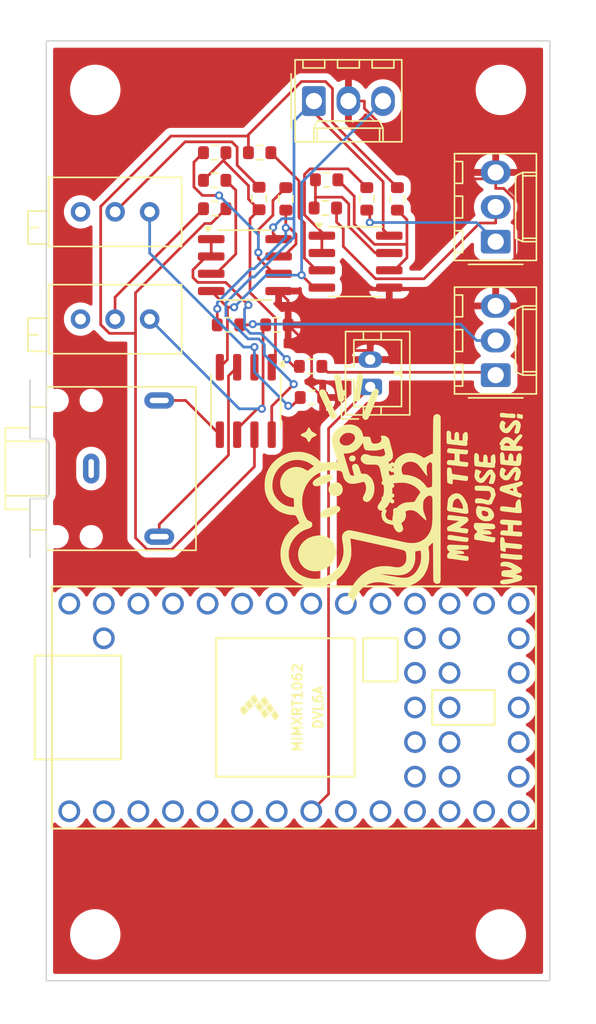
<source format=kicad_pcb>
(kicad_pcb (version 20240108) (generator "pcbnew") (generator_version "8.0")
  (layers (0 "F.Cu" signal) (31 "B.Cu" signal) (34 "B.Paste" user) (35 "F.Paste" user) (36 "B.SilkS" user "B.Silkscreen") (37 "F.SilkS" user "F.Silkscreen") (38 "B.Mask" user) (39 "F.Mask" user) (44 "Edge.Cuts" user))
  (net 0 "")
  (net 1 "Ax_Tip_OUT")
  (net 2 "Ax_Ring_OUT")
  (net 3 "Ax_Sleeve_OUT")
  (net 4 "+15V")
  (net 5 "-15V")
  (net 6 "Net-(U1A--)")
  (net 7 "Net-(J5-Pin_1)")
  (net 8 "Net-(J5-Pin_2)")
  (net 9 "Net-(U2A-+)")
  (net 10 "Net-(U2B--)")
  (net 11 "Net-(J6-Pin_1)")
  (net 12 "Net-(U2A--)")
  (net 13 "Net-(U1B--)")
  (net 14 "Net-(R12-Pad2)")
  (net 15 "Net-(J6-Pin_2)")
  (net 16 "Net-(U3A-+)")
  (net 17 "Net-(U3B--)")
  (net 18 "Net-(U3A--)")
  (net 21 "GND")
  (net 65 "Net-(R3-Pad1)")
  (net 66 "Net-(R3-Pad2)")
  (net 67 "Net-(R4-Pad1)")
  (net 68 "Net-(R4-Pad2)")
  (net 69 "Net-(R10-Pad1)")
  (net 70 "/laser en")
  (footprint "teensy.pretty-master:Teensy40" (layer "F.Cu") (at 86.4 75.14)
    (property "Reference" "U4" (hide yes))
    (property "Value" "Teensy4.0")
    (fp_text user "DVL6A" (at 1.778 0 90) (layer "F.SilkS") (effects (font (size 0.7 0.7))))
    (fp_text user "MIMXRT1062" (at 0.254 0 90) (layer "F.SilkS") (effects (font (size 0.7 0.7))))
    (pad "1" thru_hole circle (at -16.51 7.62) (size 1.6 1.6) (drill 1.1) (layers "*.Cu" "*.Mask"))
    (pad "2" thru_hole circle (at -13.97 7.62) (size 1.6 1.6) (drill 1.1) (layers "*.Cu" "*.Mask"))
    (pad "3" thru_hole circle (at -11.43 7.62) (size 1.6 1.6) (drill 1.1) (layers "*.Cu" "*.Mask"))
    (pad "4" thru_hole circle (at -8.89 7.62) (size 1.6 1.6) (drill 1.1) (layers "*.Cu" "*.Mask"))
    (pad "5" thru_hole circle (at -6.35 7.62) (size 1.6 1.6) (drill 1.1) (layers "*.Cu" "*.Mask"))
    (pad "6" thru_hole circle (at -3.81 7.62) (size 1.6 1.6) (drill 1.1) (layers "*.Cu" "*.Mask"))
    (pad "7" thru_hole circle (at -1.27 7.62) (size 1.6 1.6) (drill 1.1) (layers "*.Cu" "*.Mask"))
    (pad "8" thru_hole circle (at 1.27 7.62) (size 1.6 1.6) (drill 1.1) (layers "*.Cu" "*.Mask") (net 70 "/laser en"))
    (pad "9" thru_hole circle (at 3.81 7.62) (size 1.6 1.6) (drill 1.1) (layers "*.Cu" "*.Mask"))
    (pad "10" thru_hole circle (at 6.35 7.62) (size 1.6 1.6) (drill 1.1) (layers "*.Cu" "*.Mask"))
    (pad "11" thru_hole circle (at 8.89 7.62) (size 1.6 1.6) (drill 1.1) (layers "*.Cu" "*.Mask"))
    (pad "12" thru_hole circle (at 11.43 7.62) (size 1.6 1.6) (drill 1.1) (layers "*.Cu" "*.Mask"))
    (pad "13" thru_hole circle (at 13.97 7.62) (size 1.6 1.6) (drill 1.1) (layers "*.Cu" "*.Mask"))
    (pad "14" thru_hole circle (at 16.51 7.62) (size 1.6 1.6) (drill 1.1) (layers "*.Cu" "*.Mask"))
    (pad "15" thru_hole circle (at 16.51 5.08) (size 1.6 1.6) (drill 1.1) (layers "*.Cu" "*.Mask"))
    (pad "16" thru_hole circle (at 16.51 2.54) (size 1.6 1.6) (drill 1.1) (layers "*.Cu" "*.Mask"))
    (pad "17" thru_hole circle (at 16.51 0) (size 1.6 1.6) (drill 1.1) (layers "*.Cu" "*.Mask"))
    (pad "18" thru_hole circle (at 16.51 -2.54) (size 1.6 1.6) (drill 1.1) (layers "*.Cu" "*.Mask"))
    (pad "19" thru_hole circle (at 16.51 -5.08) (size 1.6 1.6) (drill 1.1) (layers "*.Cu" "*.Mask"))
    (pad "20" thru_hole circle (at 16.51 -7.62) (size 1.6 1.6) (drill 1.1) (layers "*.Cu" "*.Mask"))
    (pad "21" thru_hole circle (at 13.97 -7.62) (size 1.6 1.6) (drill 1.1) (layers "*.Cu" "*.Mask"))
    (pad "22" thru_hole circle (at 11.43 -7.62) (size 1.6 1.6) (drill 1.1) (layers "*.Cu" "*.Mask"))
    (pad "23" thru_hole circle (at 8.89 -7.62) (size 1.6 1.6) (drill 1.1) (layers "*.Cu" "*.Mask"))
    (pad "24" thru_hole circle (at 6.35 -7.62) (size 1.6 1.6) (drill 1.1) (layers "*.Cu" "*.Mask"))
    (pad "25" thru_hole circle (at 3.81 -7.62) (size 1.6 1.6) (drill 1.1) (layers "*.Cu" "*.Mask"))
    (pad "26" thru_hole circle (at 1.27 -7.62) (size 1.6 1.6) (drill 1.1) (layers "*.Cu" "*.Mask"))
    (pad "27" thru_hole circle (at -1.27 -7.62) (size 1.6 1.6) (drill 1.1) (layers "*.Cu" "*.Mask"))
    (pad "28" thru_hole circle (at -3.81 -7.62) (size 1.6 1.6) (drill 1.1) (layers "*.Cu" "*.Mask"))
    (pad "29" thru_hole circle (at -6.35 -7.62) (size 1.6 1.6) (drill 1.1) (layers "*.Cu" "*.Mask"))
    (pad "30" thru_hole circle (at -8.89 -7.62) (size 1.6 1.6) (drill 1.1) (layers "*.Cu" "*.Mask"))
    (pad "31" thru_hole circle (at -11.43 -7.62) (size 1.6 1.6) (drill 1.1) (layers "*.Cu" "*.Mask"))
    (pad "32" thru_hole circle (at -13.97 -7.62) (size 1.6 1.6) (drill 1.1) (layers "*.Cu" "*.Mask"))
    (pad "33" thru_hole circle (at -16.51 -7.62) (size 1.6 1.6) (drill 1.1) (layers "*.Cu" "*.Mask"))
    (pad "34" thru_hole circle (at -13.97 -5.08) (size 1.6 1.6) (drill 1.1) (layers "*.Cu" "*.Mask"))
    (pad "35" thru_hole circle (at 11.43 -5.08) (size 1.6 1.6) (drill 1.1) (layers "*.Cu" "*.Mask"))
    (pad "36" thru_hole circle (at 8.89 -5.08) (size 1.6 1.6) (drill 1.1) (layers "*.Cu" "*.Mask"))
    (pad "37" thru_hole circle (at 11.43 -2.54) (size 1.6 1.6) (drill 1.1) (layers "*.Cu" "*.Mask"))
    (pad "38" thru_hole circle (at 8.89 -2.54) (size 1.6 1.6) (drill 1.1) (layers "*.Cu" "*.Mask"))
    (pad "39" thru_hole circle (at 11.43 0) (size 1.6 1.6) (drill 1.1) (layers "*.Cu" "*.Mask"))
    (pad "40" thru_hole circle (at 8.89 0) (size 1.6 1.6) (drill 1.1) (layers "*.Cu" "*.Mask"))
    (pad "41" thru_hole circle (at 11.43 2.54) (size 1.6 1.6) (drill 1.1) (layers "*.Cu" "*.Mask"))
    (pad "42" thru_hole circle (at 8.89 2.54) (size 1.6 1.6) (drill 1.1) (layers "*.Cu" "*.Mask"))
    (pad "43" thru_hole circle (at 11.43 5.08) (size 1.6 1.6) (drill 1.1) (layers "*.Cu" "*.Mask"))
    (pad "44" thru_hole circle (at 8.89 5.08) (size 1.6 1.6) (drill 1.1) (layers "*.Cu" "*.Mask"))
  )
  (footprint "Connector_Molex:Molex_KK-254_AE-6410-03A_1x03_P2.54mm_Vertical" (layer "F.Cu") (at 101.22 40.94 90)
    (property "Reference" "J6" (hide yes))
    (property "Value" "y out")
    (pad "1" thru_hole roundrect (at 0 0 90) (size 1.74 2.19) (drill 1.19) (layers "*.Cu" "*.Mask") (roundrect_rratio 0.143678) (net 11 "Net-(J6-Pin_1)"))
    (pad "2" thru_hole oval (at 2.54 0 90) (size 1.74 2.19) (drill 1.19) (layers "*.Cu" "*.Mask") (net 15 "Net-(J6-Pin_2)"))
    (pad "3" thru_hole oval (at 5.08 0 90) (size 1.74 2.19) (drill 1.19) (layers "*.Cu" "*.Mask") (net 21 "GND"))
  )
  (footprint "Package_SO:SOIC-8_3.9x4.9mm_P1.27mm" (layer "F.Cu") (at 82.795 42.663)
    (property "Reference" "U2" (hide yes))
    (property "Value" "X galvo")
    (pad "1" smd roundrect (at -2.475 -1.905) (size 1.95 0.6) (layers "F.Cu" "F.Paste" "F.Mask") (net 12 "Net-(U2A--)"))
    (pad "2" smd roundrect (at -2.475 -0.635) (size 1.95 0.6) (layers "F.Cu" "F.Paste" "F.Mask") (net 12 "Net-(U2A--)"))
    (pad "3" smd roundrect (at -2.475 0.635) (size 1.95 0.6) (layers "F.Cu" "F.Paste" "F.Mask") (net 9 "Net-(U2A-+)"))
    (pad "4" smd roundrect (at -2.475 1.905) (size 1.95 0.6) (layers "F.Cu" "F.Paste" "F.Mask") (net 5 "-15V"))
    (pad "5" smd roundrect (at 2.475 1.905) (size 1.95 0.6) (layers "F.Cu" "F.Paste" "F.Mask") (net 21 "GND"))
    (pad "6" smd roundrect (at 2.475 0.635) (size 1.95 0.6) (layers "F.Cu" "F.Paste" "F.Mask") (net 10 "Net-(U2B--)"))
    (pad "7" smd roundrect (at 2.475 -0.635) (size 1.95 0.6) (layers "F.Cu" "F.Paste" "F.Mask") (net 14 "Net-(R12-Pad2)"))
    (pad "8" smd roundrect (at 2.475 -1.905) (size 1.95 0.6) (layers "F.Cu" "F.Paste" "F.Mask") (net 4 "+15V"))
  )
  (footprint "Resistor_SMD:R_0603_1608Metric" (layer "F.Cu") (at 88.8 36.4)
    (property "Reference" "R10" (hide yes))
    (property "Value" "22k" (hide yes))
    (pad "1" smd roundrect (at -0.825 0) (size 0.8 0.95) (layers "F.Cu" "F.Paste" "F.Mask") (net 69 "Net-(R10-Pad1)"))
    (pad "2" smd roundrect (at 0.825 0) (size 0.8 0.95) (layers "F.Cu" "F.Paste" "F.Mask") (net 17 "Net-(U3B--)"))
  )
  (footprint "Connector_Molex:Molex_KK-254_AE-6410-03A_1x03_P2.54mm_Vertical" (layer "F.Cu") (at 101.22 50.74 90)
    (property "Reference" "J5" (hide yes))
    (property "Value" "x out")
    (pad "1" thru_hole roundrect (at 0 0 90) (size 1.74 2.19) (drill 1.19) (layers "*.Cu" "*.Mask") (roundrect_rratio 0.143678) (net 7 "Net-(J5-Pin_1)"))
    (pad "2" thru_hole oval (at 2.54 0 90) (size 1.74 2.19) (drill 1.19) (layers "*.Cu" "*.Mask") (net 8 "Net-(J5-Pin_2)"))
    (pad "3" thru_hole oval (at 5.08 0 90) (size 1.74 2.19) (drill 1.19) (layers "*.Cu" "*.Mask") (net 21 "GND"))
  )
  (footprint "Resistor_SMD:R_0603_1608Metric" (layer "F.Cu") (at 85.144 47.05 180)
    (property "Reference" "R2" (hide yes))
    (property "Value" "1k" (hide yes))
    (pad "1" smd roundrect (at -0.825 0 180) (size 0.8 0.95) (layers "F.Cu" "F.Paste" "F.Mask") (net 21 "GND"))
    (pad "2" smd roundrect (at 0.825 0 180) (size 0.8 0.95) (layers "F.Cu" "F.Paste" "F.Mask") (net 13 "Net-(U1B--)"))
  )
  (footprint "MountingHole:MountingHole_3.2mm_M3" (layer "F.Cu") (at 101.6 29.8)
    (property "Reference" "H2" (hide yes))
    (property "Value" "MountingHole_3.2mm_M3" (hide yes))
    (pad "" np_thru_hole circle (at 0 0) (size 3.2 3.2) (drill 3.2) (layers "F&B.Cu" "*.Mask"))
  )
  (footprint "MountingHole:MountingHole_3.2mm_M3" (layer "F.Cu") (at 71.8 91.8)
    (property "Reference" "H3" (hide yes))
    (property "Value" "MountingHole_3.2mm_M3" (hide yes))
    (pad "" np_thru_hole circle (at 0 0) (size 3.2 3.2) (drill 3.2) (layers "F&B.Cu" "*.Mask"))
  )
  (footprint "Resistor_SMD:R_0603_1608Metric" (layer "F.Cu") (at 80.574 36.44 180)
    (property "Reference" "R5" (hide yes))
    (property "Value" "1k" (hide yes))
    (pad "1" smd roundrect (at -0.825 0 180) (size 0.8 0.95) (layers "F.Cu" "F.Paste" "F.Mask") (net 9 "Net-(U2A-+)"))
    (pad "2" smd roundrect (at 0.825 0 180) (size 0.8 0.95) (layers "F.Cu" "F.Paste" "F.Mask") (net 65 "Net-(R3-Pad1)"))
  )
  (footprint "Connector_Molex:Molex_KK-254_AE-6410-03A_1x03_P2.54mm_Vertical" (layer "F.Cu") (at 87.86 30.62)
    (property "Reference" "J1" (hide yes))
    (property "Value" "+15 G -15")
    (pad "1" thru_hole roundrect (at 0 0) (size 1.74 2.19) (drill 1.19) (layers "*.Cu" "*.Mask") (roundrect_rratio 0.143678) (net 4 "+15V"))
    (pad "2" thru_hole oval (at 2.54 0) (size 1.74 2.19) (drill 1.19) (layers "*.Cu" "*.Mask") (net 21 "GND"))
    (pad "3" thru_hole oval (at 5.08 0) (size 1.74 2.19) (drill 1.19) (layers "*.Cu" "*.Mask") (net 5 "-15V"))
  )
  (footprint "Package_SO:SOIC-8_3.9x4.9mm_P1.27mm" (layer "F.Cu") (at 90.923 42.409)
    (property "Reference" "U3" (hide yes))
    (property "Value" "Y TL072")
    (pad "1" smd roundrect (at -2.475 -1.905) (size 1.95 0.6) (layers "F.Cu" "F.Paste" "F.Mask") (net 18 "Net-(U3A--)"))
    (pad "2" smd roundrect (at -2.475 -0.635) (size 1.95 0.6) (layers "F.Cu" "F.Paste" "F.Mask") (net 18 "Net-(U3A--)"))
    (pad "3" smd roundrect (at -2.475 0.635) (size 1.95 0.6) (layers "F.Cu" "F.Paste" "F.Mask") (net 16 "Net-(U3A-+)"))
    (pad "4" smd roundrect (at -2.475 1.905) (size 1.95 0.6) (layers "F.Cu" "F.Paste" "F.Mask") (net 5 "-15V"))
    (pad "5" smd roundrect (at 2.475 1.905) (size 1.95 0.6) (layers "F.Cu" "F.Paste" "F.Mask") (net 21 "GND"))
    (pad "6" smd roundrect (at 2.475 0.635) (size 1.95 0.6) (layers "F.Cu" "F.Paste" "F.Mask") (net 17 "Net-(U3B--)"))
    (pad "7" smd roundrect (at 2.475 -0.635) (size 1.95 0.6) (layers "F.Cu" "F.Paste" "F.Mask") (net 69 "Net-(R10-Pad1)"))
    (pad "8" smd roundrect (at 2.475 -1.905) (size 1.95 0.6) (layers "F.Cu" "F.Paste" "F.Mask") (net 4 "+15V"))
  )
  (footprint "Resistor_SMD:R_0603_1608Metric" (layer "F.Cu") (at 87.621 50.098 180)
    (property "Reference" "R11" (hide yes))
    (property "Value" "330" (hide yes))
    (pad "1" smd roundrect (at -0.825 0 180) (size 0.8 0.95) (layers "F.Cu" "F.Paste" "F.Mask") (net 7 "Net-(J5-Pin_1)"))
    (pad "2" smd roundrect (at 0.825 0 180) (size 0.8 0.95) (layers "F.Cu" "F.Paste" "F.Mask") (net 12 "Net-(U2A--)"))
  )
  (footprint "Connector_JST:JST_PH_B2B-PH-K_1x02_P2.00mm_Vertical" (layer "F.Cu") (at 92 51.6 90)
    (property "Reference" "J7" (hide yes))
    (property "Value" "405nm")
    (pad "1" thru_hole roundrect (at 0 0 90) (size 1.2 1.75) (drill 0.75) (layers "*.Cu" "*.Mask") (roundrect_rratio 0.208333) (net 70 "/laser en"))
    (pad "2" thru_hole oval (at 2 0 90) (size 1.2 1.75) (drill 0.75) (layers "*.Cu" "*.Mask") (net 21 "GND"))
  )
  (footprint "Resistor_SMD:R_0603_1608Metric" (layer "F.Cu") (at 85.8 37.8 90)
    (property "Reference" "R9" (hide yes))
    (property "Value" "22k" (hide yes))
    (pad "1" smd roundrect (at -0.825 0 90) (size 0.8 0.95) (layers "F.Cu" "F.Paste" "F.Mask") (net 14 "Net-(R12-Pad2)"))
    (pad "2" smd roundrect (at 0.825 0 90) (size 0.8 0.95) (layers "F.Cu" "F.Paste" "F.Mask") (net 10 "Net-(U2B--)"))
  )
  (footprint "MountingHole:MountingHole_3.2mm_M3" (layer "F.Cu") (at 101.6 91.8)
    (property "Reference" "H4" (hide yes))
    (property "Value" "MountingHole_3.2mm_M3" (hide yes))
    (pad "" np_thru_hole circle (at 0 0) (size 3.2 3.2) (drill 3.2) (layers "F&B.Cu" "*.Mask"))
  )
  (footprint "Package_SO:SOIC-8_3.9x4.9mm_P1.27mm" (layer "F.Cu") (at 82.858 52.638 -90)
    (property "Reference" "U1" (hide yes))
    (property "Value" "TL072")
    (pad "1" smd roundrect (at -2.475 -1.905 270) (size 1.95 0.6) (layers "F.Cu" "F.Paste" "F.Mask") (net 65 "Net-(R3-Pad1)"))
    (pad "2" smd roundrect (at -2.475 -0.635 270) (size 1.95 0.6) (layers "F.Cu" "F.Paste" "F.Mask") (net 6 "Net-(U1A--)"))
    (pad "3" smd roundrect (at -2.475 0.635 270) (size 1.95 0.6) (layers "F.Cu" "F.Paste" "F.Mask") (net 1 "Ax_Tip_OUT"))
    (pad "4" smd roundrect (at -2.475 1.905 270) (size 1.95 0.6) (layers "F.Cu" "F.Paste" "F.Mask") (net 5 "-15V"))
    (pad "5" smd roundrect (at 2.475 1.905 270) (size 1.95 0.6) (layers "F.Cu" "F.Paste" "F.Mask") (net 2 "Ax_Ring_OUT"))
    (pad "6" smd roundrect (at 2.475 0.635 270) (size 1.95 0.6) (layers "F.Cu" "F.Paste" "F.Mask") (net 13 "Net-(U1B--)"))
    (pad "7" smd roundrect (at 2.475 -0.635 270) (size 1.95 0.6) (layers "F.Cu" "F.Paste" "F.Mask") (net 67 "Net-(R4-Pad1)"))
    (pad "8" smd roundrect (at 2.475 -1.905 270) (size 1.95 0.6) (layers "F.Cu" "F.Paste" "F.Mask") (net 4 "+15V"))
  )
  (footprint "Potentiometer_THT:Potentiometer_Bourns_3296X_Horizontal" (layer "F.Cu") (at 75.796 38.754)
    (property "Reference" "RV1" (hide yes))
    (property "Value" "10k")
    (pad "1" thru_hole circle (at 0 0) (size 1.44 1.44) (drill 0.8) (layers "*.Cu" "*.Mask") (net 6 "Net-(U1A--)"))
    (pad "2" thru_hole circle (at -2.54 0) (size 1.44 1.44) (drill 0.8) (layers "*.Cu" "*.Mask") (net 66 "Net-(R3-Pad2)"))
    (pad "3" thru_hole circle (at -5.08 0) (size 1.44 1.44) (drill 0.8) (layers "*.Cu" "*.Mask"))
  )
  (footprint "Resistor_SMD:R_0603_1608Metric" (layer "F.Cu") (at 91.75 37.8 90)
    (property "Reference" "R13" (hide yes))
    (property "Value" "330" (hide yes))
    (pad "1" smd roundrect (at -0.825 0 90) (size 0.8 0.95) (layers "F.Cu" "F.Paste" "F.Mask") (net 11 "Net-(J6-Pin_1)"))
    (pad "2" smd roundrect (at 0.825 0 90) (size 0.8 0.95) (layers "F.Cu" "F.Paste" "F.Mask") (net 18 "Net-(U3A--)"))
  )
  (footprint "Resistor_SMD:R_0603_1608Metric" (layer "F.Cu") (at 83.876 34.408 180)
    (property "Reference" "R7" (hide yes))
    (property "Value" "1k" (hide yes))
    (pad "1" smd roundrect (at -0.825 0 180) (size 0.8 0.95) (layers "F.Cu" "F.Paste" "F.Mask") (net 16 "Net-(U3A-+)"))
    (pad "2" smd roundrect (at 0.825 0 180) (size 0.8 0.95) (layers "F.Cu" "F.Paste" "F.Mask") (net 67 "Net-(R4-Pad1)"))
  )
  (footprint "Potentiometer_THT:Potentiometer_Bourns_3296X_Horizontal" (layer "F.Cu") (at 75.794 46.628)
    (property "Reference" "RV2" (hide yes))
    (property "Value" "10k")
    (pad "1" thru_hole circle (at 0 0) (size 1.44 1.44) (drill 0.8) (layers "*.Cu" "*.Mask") (net 13 "Net-(U1B--)"))
    (pad "2" thru_hole circle (at -2.54 0) (size 1.44 1.44) (drill 0.8) (layers "*.Cu" "*.Mask") (net 68 "Net-(R4-Pad2)"))
    (pad "3" thru_hole circle (at -5.08 0) (size 1.44 1.44) (drill 0.8) (layers "*.Cu" "*.Mask"))
  )
  (footprint "MountingHole:MountingHole_3.2mm_M3" (layer "F.Cu") (at 71.8 29.8)
    (property "Reference" "H1" (hide yes))
    (property "Value" "MountingHole_3.2mm_M3" (hide yes))
    (pad "" np_thru_hole circle (at 0 0) (size 3.2 3.2) (drill 3.2) (layers "*.Cu" "*.Mask"))
  )
  (footprint "Resistor_SMD:R_0603_1608Metric" (layer "F.Cu") (at 80.575 38.523 180)
    (property "Reference" "R4" (hide yes))
    (property "Value" "330" (hide yes))
    (pad "1" smd roundrect (at -0.825 0 180) (size 0.8 0.95) (layers "F.Cu" "F.Paste" "F.Mask") (net 67 "Net-(R4-Pad1)"))
    (pad "2" smd roundrect (at 0.825 0 180) (size 0.8 0.95) (layers "F.Cu" "F.Paste" "F.Mask") (net 68 "Net-(R4-Pad2)"))
  )
  (footprint "Resistor_SMD:R_0603_1608Metric" (layer "F.Cu") (at 81.588 47.05 180)
    (property "Reference" "R12" (hide yes))
    (property "Value" "330" (hide yes))
    (pad "1" smd roundrect (at -0.825 0 180) (size 0.8 0.95) (layers "F.Cu" "F.Paste" "F.Mask") (net 8 "Net-(J5-Pin_2)"))
    (pad "2" smd roundrect (at 0.825 0 180) (size 0.8 0.95) (layers "F.Cu" "F.Paste" "F.Mask") (net 14 "Net-(R12-Pad2)"))
  )
  (footprint "Connector_Audio:Jack_3.5mm_CUI_SJ1-3523N_Horizontal" (layer "F.Cu") (at 71.5 57.6 -90)
    (property "Reference" "J2" (hide yes))
    (property "Value" "AudioJack3_SwitchTR" (hide yes))
    (fp_line (start -2.2 4.5) (end -6.5 4.5) (stroke (width 0.12)) (layer "Edge.Cuts"))
    (fp_line (start 2.2 4.5) (end 6.5 4.5) (stroke (width 0.12)) (layer "Edge.Cuts"))
    (fp_line (start -2.2 3.5) (end -2.2 4.5) (stroke (width 0.12)) (layer "Edge.Cuts"))
    (fp_line (start 2.2 3.5) (end 2.2 4.5) (stroke (width 0.12)) (layer "Edge.Cuts"))
    (fp_line (start 1.8 3.1) (end -1.8 3.1) (stroke (width 0.12)) (layer "Edge.Cuts"))
    (fp_arc (start -2.2 3.5) (mid -2.082842 3.217158) (end -1.8 3.1) (stroke (width 0.12)) (layer "Edge.Cuts"))
    (fp_arc (start 1.8 3.1) (mid 2.082843 3.217157) (end 2.2 3.5) (stroke (width 0.12)) (layer "Edge.Cuts"))
    (pad "" np_thru_hole circle (at -5 0 270) (size 1.2 1.2) (drill 1.2) (layers "F&B.Cu" "*.Mask"))
    (pad "" np_thru_hole circle (at -5 2.5 270) (size 1.2 1.2) (drill 1.2) (layers "F&B.Cu" "*.Mask"))
    (pad "" np_thru_hole circle (at 0 -5 270) (size 1.2 1.2) (drill 1.2) (layers "F&B.Cu" "*.Mask"))
    (pad "" np_thru_hole circle (at 5 0 270) (size 1.2 1.2) (drill 1.2) (layers "F&B.Cu" "*.Mask"))
    (pad "" np_thru_hole circle (at 5 2.5 270) (size 1.2 1.2) (drill 1.2) (layers "F&B.Cu" "*.Mask"))
    (pad "R" thru_hole oval (at -5 -5 270) (size 1.2 2.2) (drill oval 0.4 1.4) (layers "*.Cu" "*.Mask") (net 2 "Ax_Ring_OUT"))
    (pad "S" thru_hole oval (at 0 0 270) (size 2.2 1.2) (drill oval 1.4 0.4) (layers "*.Cu" "*.Mask") (net 3 "Ax_Sleeve_OUT"))
    (pad "T" thru_hole oval (at 5 -5 90) (size 1.2 2.2) (drill oval 0.4 1.4) (layers "*.Cu" "*.Mask") (net 1 "Ax_Tip_OUT"))
  )
  (footprint "Resistor_SMD:R_0603_1608Metric" (layer "F.Cu") (at 88.702 38.472 180)
    (property "Reference" "R14" (hide yes))
    (property "Value" "330" (hide yes))
    (pad "1" smd roundrect (at -0.825 0 180) (size 0.8 0.95) (layers "F.Cu" "F.Paste" "F.Mask") (net 15 "Net-(J6-Pin_2)"))
    (pad "2" smd roundrect (at 0.825 0 180) (size 0.8 0.95) (layers "F.Cu" "F.Paste" "F.Mask") (net 69 "Net-(R10-Pad1)"))
  )
  (footprint "Resistor_SMD:R_0603_1608Metric" (layer "F.Cu") (at 83.835 37.773 90)
    (property "Reference" "R3" (hide yes))
    (property "Value" "330" (hide yes))
    (pad "1" smd roundrect (at -0.825 0 90) (size 0.8 0.95) (layers "F.Cu" "F.Paste" "F.Mask") (net 65 "Net-(R3-Pad1)"))
    (pad "2" smd roundrect (at 0.825 0 90) (size 0.8 0.95) (layers "F.Cu" "F.Paste" "F.Mask") (net 66 "Net-(R3-Pad2)"))
  )
  (footprint "Resistor_SMD:R_0603_1608Metric" (layer "F.Cu") (at 87.684 52.384 180)
    (property "Reference" "R1" (hide yes))
    (property "Value" "1k" (hide yes))
    (pad "1" smd roundrect (at -0.825 0 180) (size 0.8 0.95) (layers "F.Cu" "F.Paste" "F.Mask") (net 21 "GND"))
    (pad "2" smd roundrect (at 0.825 0 180) (size 0.8 0.95) (layers "F.Cu" "F.Paste" "F.Mask") (net 6 "Net-(U1A--)"))
  )
  (footprint "Resistor_SMD:R_0603_1608Metric" (layer "F.Cu") (at 80.574 34.408)
    (property "Reference" "R6" (hide yes))
    (property "Value" "22k" (hide yes))
    (pad "1" smd roundrect (at -0.825 0) (size 0.8 0.95) (layers "F.Cu" "F.Paste" "F.Mask") (net 10 "Net-(U2B--)"))
    (pad "2" smd roundrect (at 0.825 0) (size 0.8 0.95) (layers "F.Cu" "F.Paste" "F.Mask") (net 65 "Net-(R3-Pad1)"))
  )
  (footprint "MTML_logos:logo small" (layer "F.Cu") (at 93.8 59.4 90)
    (property "Reference" "G***" (at 0 0 90) (layer "F.SilkS") (effects (font (size 1.5 1.5) (thickness 0.3))))
    (property "Value" "LOGO" (hide yes))
  )
  (footprint "Resistor_SMD:R_0603_1608Metric" (layer "F.Cu") (at 94 37.8 90)
    (property "Reference" "R8" (hide yes))
    (property "Value" "22k" (hide yes))
    (pad "1" smd roundrect (at -0.825 0 90) (size 0.8 0.95) (layers "F.Cu" "F.Paste" "F.Mask") (net 17 "Net-(U3B--)"))
    (pad "2" smd roundrect (at 0.825 0 90) (size 0.8 0.95) (layers "F.Cu" "F.Paste" "F.Mask") (net 67 "Net-(R4-Pad1)"))
  )
  (gr_rect (start 68.2 26.2) (end 105.2 95.2) (stroke (width 0.1)) (fill none) (layer "Edge.Cuts"))
  (segment (start 76.5 61.6983) (end 81.588 56.6103) (width 0.2) (layer "F.Cu") (net 1))
  (segment (start 81.588 50.798) (end 82.223 50.163) (width 0.2) (layer "F.Cu") (net 1))
  (segment (start 76.5 62.6) (end 76.5 61.6983) (width 0.2) (layer "F.Cu") (net 1))
  (segment (start 81.588 56.6103) (end 81.588 50.798) (width 0.2) (layer "F.Cu") (net 1))
  (segment (start 78.44 52.6) (end 80.953 55.113) (width 0.2) (layer "F.Cu") (net 2))
  (segment (start 76.5 52.6) (end 78.44 52.6) (width 0.2) (layer "F.Cu") (net 2))
  (segment (start 84.763 53.0263) (end 86.3838 51.4055) (width 0.2) (layer "F.Cu") (net 4))
  (segment (start 84.866 39.8907) (end 84.866 40.354) (width 0.2) (layer "F.Cu") (net 4))
  (segment (start 84.763 55.113) (end 84.763 53.0263) (width 0.2) (layer "F.Cu") (net 4))
  (segment (start 92.9535 36.5445) (end 92.9535 40.0595) (width 0.2) (layer "F.Cu") (net 4))
  (segment (start 84.866 40.354) (end 85.27 40.758) (width 0.2) (layer "F.Cu") (net 4))
  (segment (start 87.86 30.62) (end 87.86 31.451) (width 0.2) (layer "F.Cu") (net 4))
  (segment (start 92.9535 40.0595) (end 93.398 40.504) (width 0.2) (layer "F.Cu") (net 4))
  (segment (start 87.86 31.451) (end 92.9535 36.5445) (width 0.2) (layer "F.Cu") (net 4))
  (via (at 84.866 39.8907) (size 0.6) (drill 0.3) (layers "F.Cu" "B.Cu") (net 4))
  (via (at 86.3838 51.4055) (size 0.6) (drill 0.3) (layers "F.Cu" "B.Cu") (net 4))
  (segment (start 83.0253 48.0791) (end 83.8048 48.0791) (width 0.2) (layer "B.Cu") (net 4))
  (segment (start 83.8048 48.0791) (end 84.223 48.4973) (width 0.2) (layer "B.Cu") (net 4))
  (segment (start 83.3026 43.536) (end 81.3969 45.4417) (width 0.2) (layer "B.Cu") (net 4))
  (segment (start 85.5031 39.2536) (end 84.866 39.8907) (width 0.2) (layer "B.Cu") (net 4))
  (segment (start 81.3969 45.4417) (end 81.3969 46.4507) (width 0.2) (layer "B.Cu") (net 4))
  (segment (start 84.223 48.4973) (end 84.223 49.2447) (width 0.2) (layer "B.Cu") (net 4))
  (segment (start 86.4002 32.0798) (end 86.4002 39.2536) (width 0.2) (layer "B.Cu") (net 4))
  (segment (start 87.86 30.62) (end 86.4002 32.0798) (width 0.2) (layer "B.Cu") (net 4))
  (segment (start 81.3969 46.4507) (end 83.0253 48.0791) (width 0.2) (layer "B.Cu") (net 4))
  (segment (start 84.223 49.2447) (end 86.3838 51.4055) (width 0.2) (layer "B.Cu") (net 4))
  (segment (start 86.4002 39.2536) (end 86.4002 40.6196) (width 0.2) (layer "B.Cu") (net 4))
  (segment (start 86.4002 39.2536) (end 85.5031 39.2536) (width 0.2) (layer "B.Cu") (net 4))
  (segment (start 83.4838 43.536) (end 83.3026 43.536) (width 0.2) (layer "B.Cu") (net 4))
  (segment (start 86.4002 40.6196) (end 83.4838 43.536) (width 0.2) (layer "B.Cu") (net 4))
  (segment (start 81.5091 49.6069) (end 80.953 50.163) (width 0.2) (layer "F.Cu") (net 5))
  (segment (start 81.5091 45.7571) (end 80.32 44.568) (width 0.2) (layer "F.Cu") (net 5))
  (segment (start 88.448 44.314) (end 87.8743 44.314) (width 0.2) (layer "F.Cu") (net 5))
  (segment (start 87.8743 44.314) (end 86.9612 43.4009) (width 0.2) (layer "F.Cu") (net 5))
  (segment (start 81.5091 45.7571) (end 81.5091 49.6069) (width 0.2) (layer "F.Cu") (net 5))
  (segment (start 81.5091 45.7571) (end 81.9986 45.7571) (width 0.2) (layer "F.Cu") (net 5))
  (via (at 81.9986 45.7571) (size 0.6) (drill 0.3) (layers "F.Cu" "B.Cu") (net 5))
  (via (at 86.9612 43.4009) (size 0.6) (drill 0.3) (layers "F.Cu" "B.Cu") (net 5))
  (segment (start 92.94 30.62) (end 86.9612 36.5988) (width 0.2) (layer "B.Cu") (net 5))
  (segment (start 84.3548 43.4009) (end 86.9612 43.4009) (width 0.2) (layer "B.Cu") (net 5))
  (segment (start 86.9612 36.5988) (end 86.9612 43.4009) (width 0.2) (layer "B.Cu") (net 5))
  (segment (start 81.9986 45.7571) (end 84.3548 43.4009) (width 0.2) (layer "B.Cu") (net 5))
  (segment (start 83.493 48.6808) (end 83.493 50.163) (width 0.2) (layer "F.Cu") (net 6))
  (segment (start 85.9792 52.9943) (end 86.2487 52.9943) (width 0.2) (layer "F.Cu") (net 6))
  (segment (start 86.2487 52.9943) (end 86.859 52.384) (width 0.2) (layer "F.Cu") (net 6))
  (via (at 83.493 48.6808) (size 0.6) (drill 0.3) (layers "F.Cu" "B.Cu") (net 6))
  (via (at 85.9792 52.9943) (size 0.6) (drill 0.3) (layers "F.Cu" "B.Cu") (net 6))
  (segment (start 85.9792 52.9943) (end 83.493 50.5081) (width 0.2) (layer "B.Cu") (net 6))
  (segment (start 82.6979 48.6808) (end 75.796 41.7789) (width 0.2) (layer "B.Cu") (net 6))
  (segment (start 75.796 41.7789) (end 75.796 38.754) (width 0.2) (layer "B.Cu") (net 6))
  (segment (start 83.493 48.6808) (end 82.6979 48.6808) (width 0.2) (layer "B.Cu") (net 6))
  (segment (start 83.493 50.5081) (end 83.493 48.6808) (width 0.2) (layer "B.Cu") (net 6))
  (segment (start 88.446 50.098) (end 88.8797 50.5317) (width 0.2) (layer "F.Cu") (net 7))
  (segment (start 88.8797 50.5317) (end 101.0117 50.5317) (width 0.2) (layer "F.Cu") (net 7))
  (segment (start 101.0117 50.5317) (end 101.22 50.74) (width 0.2) (layer "F.Cu") (net 7))
  (segment (start 82.413 47.05) (end 83.3164 47.05) (width 0.2) (layer "F.Cu") (net 8))
  (segment (start 83.3164 47.05) (end 83.3688 46.9976) (width 0.2) (layer "F.Cu") (net 8))
  (via (at 83.3688 46.9976) (size 0.6) (drill 0.3) (layers "F.Cu" "B.Cu") (net 8))
  (segment (start 99.8233 48.2) (end 98.6209 46.9976) (width 0.2) (layer "B.Cu") (net 8))
  (segment (start 101.22 48.2) (end 99.8233 48.2) (width 0.2) (layer "B.Cu") (net 8))
  (segment (start 98.6209 46.9976) (end 83.3688 46.9976) (width 0.2) (layer "B.Cu") (net 8))
  (segment (start 80.6745 43.298) (end 80.32 43.298) (width 0.2) (layer "F.Cu") (net 9))
  (segment (start 82.1235 41.849) (end 80.6745 43.298) (width 0.2) (layer "F.Cu") (net 9))
  (segment (start 81.399 36.44) (end 82.1235 37.1645) (width 0.2) (layer "F.Cu") (net 9))
  (segment (start 82.1235 37.1645) (end 82.1235 41.849) (width 0.2) (layer "F.Cu") (net 9))
  (segment (start 83.78 42.1528) (end 83.78 41.7341) (width 0.2) (layer "F.Cu") (net 10))
  (segment (start 83.78 40.0739) (end 84.851 39.0029) (width 0.2) (layer "F.Cu") (net 10))
  (segment (start 80.8939 37.5484) (end 79.6717 37.5484) (width 0.2) (layer "F.Cu") (net 10))
  (segment (start 79.0465 35.1105) (end 79.749 34.408) (width 0.2) (layer "F.Cu") (net 10))
  (segment (start 79.0465 36.9232) (end 79.0465 35.1105) (width 0.2) (layer "F.Cu") (net 10))
  (segment (start 83.78 41.7341) (end 83.78 40.0739) (width 0.2) (layer "F.Cu") (net 10))
  (segment (start 84.9252 43.298) (end 83.78 42.1528) (width 0.2) (layer "F.Cu") (net 10))
  (segment (start 85.27 43.298) (end 84.9252 43.298) (width 0.2) (layer "F.Cu") (net 10))
  (segment (start 79.6717 37.5484) (end 79.0465 36.9232) (width 0.2) (layer "F.Cu") (net 10))
  (segment (start 84.851 39.0029) (end 84.851 37.924) (width 0.2) (layer "F.Cu") (net 10))
  (segment (start 84.851 37.924) (end 85.8 36.975) (width 0.2) (layer "F.Cu") (net 10))
  (via (at 83.78 41.7341) (size 0.6) (drill 0.3) (layers "F.Cu" "B.Cu") (net 10))
  (via (at 80.8939 37.5484) (size 0.6) (drill 0.3) (layers "F.Cu" "B.Cu") (net 10))
  (segment (start 83.78 40.4345) (end 83.78 41.7341) (width 0.2) (layer "B.Cu") (net 10))
  (segment (start 80.8939 37.5484) (end 83.78 40.4345) (width 0.2) (layer "B.Cu") (net 10))
  (segment (start 91.75 38.625) (end 91.9682 38.8432) (width 0.2) (layer "F.Cu") (net 11))
  (segment (start 91.9682 38.8432) (end 91.9682 39.5375) (width 0.2) (layer "F.Cu") (net 11))
  (via (at 91.9682 39.5375) (size 0.6) (drill 0.3) (layers "F.Cu" "B.Cu") (net 11))
  (segment (start 99.8175 39.5375) (end 101.22 40.94) (width 0.2) (layer "B.Cu") (net 11))
  (segment (start 91.9682 39.5375) (end 99.8175 39.5375) (width 0.2) (layer "B.Cu") (net 11))
  (segment (start 79.9614 42.028) (end 80.32 42.028) (width 0.2) (layer "F.Cu") (net 12))
  (segment (start 81.3905 43.933) (end 79.3331 43.933) (width 0.2) (layer "F.Cu") (net 12))
  (segment (start 78.9775 43.0119) (end 79.9614 42.028) (width 0.2) (layer "F.Cu") (net 12))
  (segment (start 79.3331 43.933) (end 78.9775 43.5774) (width 0.2) (layer "F.Cu") (net 12))
  (segment (start 83.0517 45.5942) (end 81.3905 43.933) (width 0.2) (layer "F.Cu") (net 12))
  (segment (start 86.3955 50.098) (end 85.8673 49.5698) (width 0.2) (layer "F.Cu") (net 12))
  (segment (start 80.32 42.028) (end 80.32 40.758) (width 0.2) (layer "F.Cu") (net 12))
  (segment (start 78.9775 43.5774) (end 78.9775 43.0119) (width 0.2) (layer "F.Cu") (net 12))
  (segment (start 86.796 50.098) (end 86.3955 50.098) (width 0.2) (layer "F.Cu") (net 12))
  (via (at 85.8673 49.5698) (size 0.6) (drill 0.3) (layers "F.Cu" "B.Cu") (net 12))
  (via (at 83.0517 45.5942) (size 0.6) (drill 0.3) (layers "F.Cu" "B.Cu") (net 12))
  (segment (start 82.767 47.2498) (end 83.1946 47.6774) (width 0.2) (layer "B.Cu") (net 12))
  (segment (start 82.767 45.8789) (end 82.767 47.2498) (width 0.2) (layer "B.Cu") (net 12))
  (segment (start 83.9749 47.6774) (end 85.8673 49.5698) (width 0.2) (layer "B.Cu") (net 12))
  (segment (start 83.0517 45.5942) (end 82.767 45.8789) (width 0.2) (layer "B.Cu") (net 12))
  (segment (start 83.1946 47.6774) (end 83.9749 47.6774) (width 0.2) (layer "B.Cu") (net 12))
  (segment (start 84.128 47.241) (end 84.128 53.1253) (width 0.2) (layer "F.Cu") (net 13))
  (segment (start 84.319 47.05) (end 84.128 47.241) (width 0.2) (layer "F.Cu") (net 13))
  (segment (start 82.223 54.6999) (end 82.223 55.113) (width 0.2) (layer "F.Cu") (net 13))
  (segment (start 83.709 53.2139) (end 82.223 54.6999) (width 0.2) (layer "F.Cu") (net 13))
  (segment (start 84.128 53.1253) (end 84.0394 53.2139) (width 0.2) (layer "F.Cu") (net 13))
  (segment (start 84.0394 53.2139) (end 83.709 53.2139) (width 0.2) (layer "F.Cu") (net 13))
  (via (at 84.0394 53.2139) (size 0.6) (drill 0.3) (layers "F.Cu" "B.Cu") (net 13))
  (segment (start 82.3799 53.2139) (end 84.0394 53.2139) (width 0.2) (layer "B.Cu") (net 13))
  (segment (start 75.794 46.628) (end 82.3799 53.2139) (width 0.2) (layer "B.Cu") (net 13))
  (segment (start 85.6363 42.028) (end 85.27 42.028) (width 0.2) (layer "F.Cu") (net 14))
  (segment (start 85.7978 39.9307) (end 86.0767 39.9307) (width 0.2) (layer "F.Cu") (net 14))
  (segment (start 86.5507 40.4047) (end 86.5507 41.1136) (width 0.2) (layer "F.Cu") (net 14))
  (segment (start 85.8 38.625) (end 85.8 39.9285) (width 0.2) (layer "F.Cu") (net 14))
  (segment (start 80.763 47.05) (end 80.763 45.8709) (width 0.2) (layer "F.Cu") (net 14))
  (segment (start 86.0767 39.9307) (end 86.5507 40.4047) (width 0.2) (layer "F.Cu") (net 14))
  (segment (start 85.8 39.9285) (end 85.7978 39.9307) (width 0.2) (layer "F.Cu") (net 14))
  (segment (start 86.5507 41.1136) (end 85.6363 42.028) (width 0.2) (layer "F.Cu") (net 14))
  (via (at 85.7978 39.9307) (size 0.6) (drill 0.3) (layers "F.Cu" "B.Cu") (net 14))
  (via (at 80.763 45.8709) (size 0.6) (drill 0.3) (layers "F.Cu" "B.Cu") (net 14))
  (segment (start 80.763 45.4077) (end 83.2416 42.9291) (width 0.2) (layer "B.Cu") (net 14))
  (segment (start 83.2416 42.9291) (end 83.4853 42.9291) (width 0.2) (layer "B.Cu") (net 14))
  (segment (start 83.4853 42.9291) (end 85.7978 40.6166) (width 0.2) (layer "B.Cu") (net 14))
  (segment (start 85.7978 40.6166) (end 85.7978 39.9307) (width 0.2) (layer "B.Cu") (net 14))
  (segment (start 80.763 45.8709) (end 80.763 45.4077) (width 0.2) (layer "B.Cu") (net 14))
  (segment (start 89.527 39.4942) (end 90.0245 39.9917) (width 0.2) (layer "F.Cu") (net 15))
  (segment (start 101.22 38.4) (end 101.22 39.5717) (width 0.2) (layer "F.Cu") (net 15))
  (segment (start 100.0483 39.5717) (end 101.22 39.5717) (width 0.2) (layer "F.Cu") (net 15))
  (segment (start 95.9533 43.6667) (end 100.0483 39.5717) (width 0.2) (layer "F.Cu") (net 15))
  (segment (start 92.3935 43.6667) (end 95.9533 43.6667) (width 0.2) (layer "F.Cu") (net 15))
  (segment (start 90.0245 39.9917) (end 90.0245 41.2977) (width 0.2) (layer "F.Cu") (net 15))
  (segment (start 90.0245 41.2977) (end 92.3935 43.6667) (width 0.2) (layer "F.Cu") (net 15))
  (segment (start 89.527 38.472) (end 89.527 39.4942) (width 0.2) (layer "F.Cu") (net 15))
  (segment (start 88.448 43.044) (end 88.0629 43.044) (width 0.2) (layer "F.Cu") (net 16))
  (segment (start 86.7674 36.4744) (end 84.701 34.408) (width 0.2) (layer "F.Cu") (net 16))
  (segment (start 86.7674 39.1643) (end 86.7674 36.4744) (width 0.2) (layer "F.Cu") (net 16))
  (segment (start 87.1707 42.1518) (end 87.1707 39.5676) (width 0.2) (layer "F.Cu") (net 16))
  (segment (start 87.1707 39.5676) (end 86.7674 39.1643) (width 0.2) (layer "F.Cu") (net 16))
  (segment (start 88.0629 43.044) (end 87.1707 42.1518) (width 0.2) (layer "F.Cu") (net 16))
  (segment (start 92.3079 41.139) (end 90.8264 39.6575) (width 0.2) (layer "F.Cu") (net 17))
  (segment (start 94.6985 39.3235) (end 94.6985 41.139) (width 0.2) (layer "F.Cu") (net 17))
  (segment (start 94 38.625) (end 94.6985 39.3235) (width 0.2) (layer "F.Cu") (net 17))
  (segment (start 94.6985 42.1184) (end 93.7729 43.044) (width 0.2) (layer "F.Cu") (net 17))
  (segment (start 90.8264 39.6575) (end 90.8264 37.6014) (width 0.2) (layer "F.Cu") (net 17))
  (segment (start 90.8264 37.6014) (end 89.625 36.4) (width 0.2) (layer "F.Cu") (net 17))
  (segment (start 94.6985 41.139) (end 94.6985 42.1184) (width 0.2) (layer "F.Cu") (net 17))
  (segment (start 94.6985 41.139) (end 92.3079 41.139) (width 0.2) (layer "F.Cu") (net 17))
  (segment (start 93.7729 43.044) (end 93.398 43.044) (width 0.2) (layer "F.Cu") (net 17))
  (segment (start 90.3722 35.5972) (end 87.5827 35.5972) (width 0.2) (layer "F.Cu") (net 18))
  (segment (start 87.5827 35.5972) (end 87.1726 36.0073) (width 0.2) (layer "F.Cu") (net 18))
  (segment (start 87.1726 38.9773) (end 88.448 40.2527) (width 0.2) (layer "F.Cu") (net 18))
  (segment (start 87.1726 36.0073) (end 87.1726 38.9773) (width 0.2) (layer "F.Cu") (net 18))
  (segment (start 88.448 40.2527) (end 88.448 40.504) (width 0.2) (layer "F.Cu") (net 18))
  (segment (start 91.75 36.975) (end 90.3722 35.5972) (width 0.2) (layer "F.Cu") (net 18))
  (segment (start 88.448 41.774) (end 88.448 40.504) (width 0.2) (layer "F.Cu") (net 18))
  (segment (start 101.22 36.3316) (end 96.7503 36.3316) (width 0.2) (layer "F.Cu") (net 21))
  (segment (start 85.969 45.267) (end 85.27 44.568) (width 0.2) (layer "F.Cu") (net 21))
  (segment (start 102.6232 37.8491) (end 102.6232 43.0851) (width 0.2) (layer "F.Cu") (net 21))
  (segment (start 101.22 45.66) (end 99.8233 45.66) (width 0.2) (layer "F.Cu") (net 21))
  (segment (start 85.969 47.05) (end 85.969 45.267) (width 0.2) (layer "F.Cu") (net 21))
  (segment (start 88.509 52.384) (end 87.6956 51.5706) (width 0.2) (layer "F.Cu") (net 21))
  (segment (start 93.398 47.3003) (end 93.398 45.66) (width 0.2) (layer "F.Cu") (net 21))
  (segment (start 96.7503 36.3316) (end 91.5717 31.153) (width 0.2) (layer "F.Cu") (net 21))
  (segment (start 101.22 37.0317) (end 101.8058 37.0317) (width 0.2) (layer "F.Cu") (net 21))
  (segment (start 87.6956 48.7766) (end 85.969 47.05) (width 0.2) (layer "F.Cu") (net 21))
  (segment (start 102.6232 43.0851) (end 101.22 44.4883) (width 0.2) (layer "F.Cu") (net 21))
  (segment (start 101.8058 37.0317) (end 102.6232 37.8491) (width 0.2) (layer "F.Cu") (net 21))
  (segment (start 92 48.9341) (end 92 48.6983) (width 0.2) (layer "F.Cu") (net 21))
  (segment (start 90.4 30.62) (end 91.5717 30.62) (width 0.2) (layer "F.Cu") (net 21))
  (segment (start 91.5717 31.153) (end 91.5717 30.62) (width 0.2) (layer "F.Cu") (net 21))
  (segment (start 87.6956 51.5706) (end 87.6956 48.9341) (width 0.2) (layer "F.Cu") (net 21))
  (segment (start 92 49.6) (end 92 48.9341) (width 0.2) (layer "F.Cu") (net 21))
  (segment (start 93.398 45.66) (end 99.8233 45.66) (width 0.2) (layer "F.Cu") (net 21))
  (segment (start 101.22 45.66) (end 101.22 44.4883) (width 0.2) (layer "F.Cu") (net 21))
  (segment (start 101.22 35.86) (end 101.22 36.3316) (width 0.2) (layer "F.Cu") (net 21))
  (segment (start 92 48.6983) (end 93.398 47.3003) (width 0.2) (layer "F.Cu") (net 21))
  (segment (start 92 48.9341) (end 87.6956 48.9341) (width 0.2) (layer "F.Cu") (net 21))
  (segment (start 93.398 45.66) (end 93.398 44.314) (width 0.2) (layer "F.Cu") (net 21))
  (segment (start 101.22 36.3316) (end 101.22 37.0317) (width 0.2) (layer "F.Cu") (net 21))
  (segment (start 87.6956 48.9341) (end 87.6956 48.7766) (width 0.2) (layer "F.Cu") (net 21))
  (segment (start 81.399 34.79) (end 81.2063 34.9827) (width 0.2) (layer "F.Cu") (net 65))
  (segment (start 83.0575 37.8205) (end 83.0575 36.8339) (width 0.2) (layer "F.Cu") (net 65))
  (segment (start 83.835 38.598) (end 83.0575 37.8205) (width 0.2) (layer "F.Cu") (net 65))
  (segment (start 83.1684 39.2646) (end 83.835 38.598) (width 0.2) (layer "F.Cu") (net 65))
  (segment (start 85.0376 49.8884) (end 85.0376 46.5486) (width 0.2) (layer "F.Cu") (net 65))
  (segment (start 84.763 50.163) (end 85.0376 49.8884) (width 0.2) (layer "F.Cu") (net 65))
  (segment (start 83.0575 36.8339) (end 81.2063 34.9827) (width 0.2) (layer "F.Cu") (net 65))
  (segment (start 81.2063 34.9827) (end 79.749 36.44) (width 0.2) (layer "F.Cu") (net 65))
  (segment (start 81.399 34.408) (end 81.399 34.79) (width 0.2) (layer "F.Cu") (net 65))
  (segment (start 85.0376 46.5486) (end 83.1684 44.6794) (width 0.2) (layer "F.Cu") (net 65))
  (segment (start 83.1684 44.6794) (end 83.1684 39.2646) (width 0.2) (layer "F.Cu") (net 65))
  (segment (start 73.256 38.754) (end 78.3965 33.6135) (width 0.2) (layer "F.Cu") (net 66))
  (segment (start 82.225 34.0062) (end 82.225 35.338) (width 0.2) (layer "F.Cu") (net 66))
  (segment (start 82.225 35.338) (end 83.835 36.948) (width 0.2) (layer "F.Cu") (net 66))
  (segment (start 81.8323 33.6135) (end 82.225 34.0062) (width 0.2) (layer "F.Cu") (net 66))
  (segment (start 78.3965 33.6135) (end 81.8323 33.6135) (width 0.2) (layer "F.Cu") (net 66))
  (segment (start 74.7573 47.6739) (end 74.7573 44.6992) (width 0.2) (layer "F.Cu") (net 67))
  (segment (start 79.8489 39.6076) (end 80.3154 39.6076) (width 0.2) (layer "F.Cu") (net 67))
  (segment (start 89.2279 29.6971) (end 89.2279 32.2029) (width 0.2) (layer "F.Cu") (net 67))
  (segment (start 83.493 57.4574) (end 77.4189 63.5315) (width 0.2) (layer "F.Cu") (net 67))
  (segment (start 83.051 33.0866) (end 86.9527 29.1849) (width 0.2) (layer "F.Cu") (net 67))
  (segment (start 83.051 34.408) (end 83.051 33.1883) (width 0.2) (layer "F.Cu") (net 67))
  (segment (start 72.1976 47.034) (end 72.1976 38.3575) (width 0.2) (layer "F.Cu") (net 67))
  (segment (start 74.7573 62.6903) (end 74.7573 47.6739) (width 0.2) (layer "F.Cu") (net 67))
  (segment (start 80.3154 39.6076) (end 81.4 38.523) (width 0.2) (layer "F.Cu") (net 67))
  (segment (start 77.4189 63.5315) (end 75.5985 63.5315) (width 0.2) (layer "F.Cu") (net 67))
  (segment (start 89.2279 32.2029) (end 94 36.975) (width 0.2) (layer "F.Cu") (net 67))
  (segment (start 72.1976 38.3575) (end 77.3668 33.1883) (width 0.2) (layer "F.Cu") (net 67))
  (segment (start 74.7573 44.6992) (end 79.8489 39.6076) (width 0.2) (layer "F.Cu") (net 67))
  (segment (start 74.7573 47.6739) (end 72.8375 47.6739) (width 0.2) (layer "F.Cu") (net 67))
  (segment (start 83.493 55.113) (end 83.493 57.4574) (width 0.2) (layer "F.Cu") (net 67))
  (segment (start 83.051 33.1883) (end 83.051 33.0866) (width 0.2) (layer "F.Cu") (net 67))
  (segment (start 75.5985 63.5315) (end 74.7573 62.6903) (width 0.2) (layer "F.Cu") (net 67))
  (segment (start 72.8375 47.6739) (end 72.1976 47.034) (width 0.2) (layer "F.Cu") (net 67))
  (segment (start 86.9527 29.1849) (end 88.7157 29.1849) (width 0.2) (layer "F.Cu") (net 67))
  (segment (start 88.7157 29.1849) (end 89.2279 29.6971) (width 0.2) (layer "F.Cu") (net 67))
  (segment (start 77.3668 33.1883) (end 83.051 33.1883) (width 0.2) (layer "F.Cu") (net 67))
  (segment (start 73.254 45.019) (end 79.75 38.523) (width 0.2) (layer "F.Cu") (net 68))
  (segment (start 73.254 46.628) (end 73.254 45.019) (width 0.2) (layer "F.Cu") (net 68))
  (segment (start 90.4247 39.8239) (end 92.3748 41.774) (width 0.2) (layer "F.Cu") (net 69))
  (segment (start 87.975 37.6784) (end 89.9308 37.6784) (width 0.2) (layer "F.Cu") (net 69))
  (segment (start 87.877 38.472) (end 87.975 38.374) (width 0.2) (layer "F.Cu") (net 69))
  (segment (start 87.975 38.374) (end 87.975 37.6784) (width 0.2) (layer "F.Cu") (net 69))
  (segment (start 87.975 37.6784) (end 87.975 36.4) (width 0.2) (layer "F.Cu") (net 69))
  (segment (start 90.4247 38.1723) (end 90.4247 39.8239) (width 0.2) (layer "F.Cu") (net 69))
  (segment (start 92.3748 41.774) (end 93.398 41.774) (width 0.2) (layer "F.Cu") (net 69))
  (segment (start 89.9308 37.6784) (end 90.4247 38.1723) (width 0.2) (layer "F.Cu") (net 69))
  (segment (start 88.94 54.66) (end 88.94 81.49) (width 0.2) (layer "F.Cu") (net 70))
  (segment (start 92 51.6) (end 88.94 54.66) (width 0.2) (layer "F.Cu") (net 70))
  (segment (start 88.94 81.49) (end 87.67 82.76) (width 0.2) (layer "F.Cu") (net 70))
  (zone (net 21) (net_name "GND") (layer "F.Cu") (connect_pads (clearance 0.5)) (min_thickness 0.25) (fill yes (thermal_gap 0.5) (thermal_bridge_width 0.5))
    (polygon (pts (xy 64.8 23.2) (xy 108.4 23.2) (xy 108.6 98.2) (xy 64.8 98.4)))
  )
)
</source>
